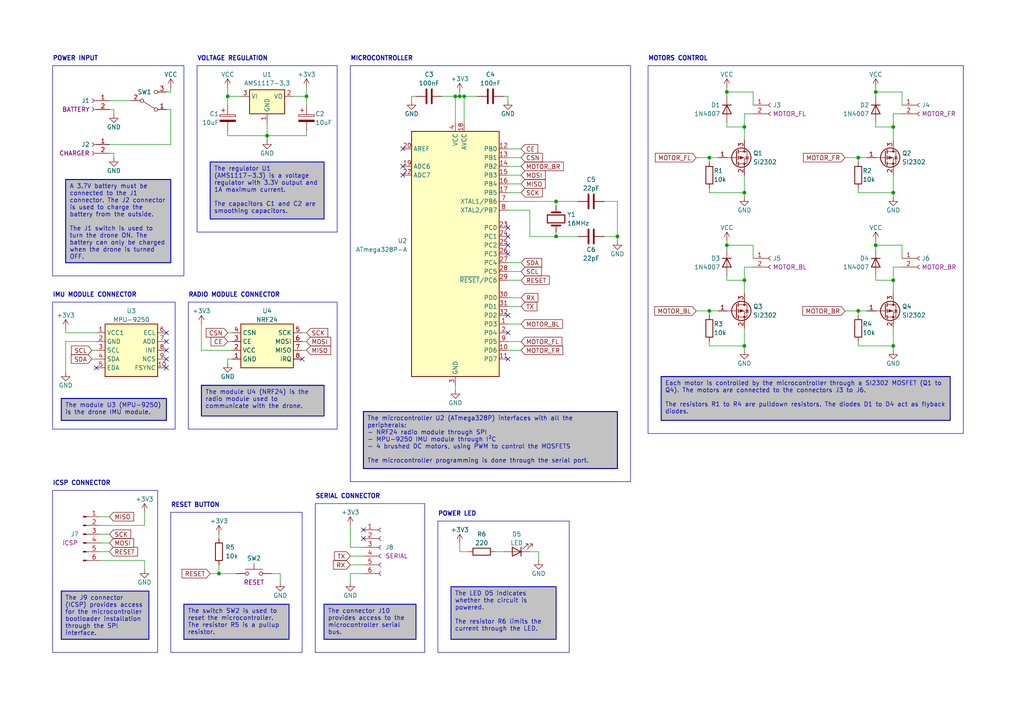
<source format=kicad_sch>
(kicad_sch (version 20230121) (generator eeschema)
  (paper "A4")
  (title_block (title "NanoDrone") (date "2024-02-12") (rev "1.0") (company "Alan Carvalho"))
  (lib_symbols
    (symbol "Connector:Conn_01x02_Socket" (pin_names (offset 1.016) hide)
      (property "Reference" "J" (at 0 2.54 0))
      (property "Value" "Conn_01x02_Socket" (at 0 -5.08 0))
      (symbol "Conn_01x02_Socket_1_1"
        (arc (start 0 -2.032) (mid -0.5058 -2.54) (end 0 -3.048) (stroke (width 0.1524)))
        (polyline (pts (xy -1.27 -2.54) (xy -0.508 -2.54)) (stroke (width 0.1524)))
        (polyline (pts (xy -1.27 0) (xy -0.508 0)) (stroke (width 0.1524)))
        (arc (start 0 0.508) (mid -0.5058 0) (end 0 -0.508) (stroke (width 0.1524)))
        (pin passive line (at -5.08 0 0) (length 3.81) (name "Pin_1") (number "1"))
        (pin passive line (at -5.08 -2.54 0) (length 3.81) (name "Pin_2") (number "2"))
      )
    )
    (symbol "Connector:Conn_01x06_Pin" (pin_names (offset 1.016) hide)
      (property "Reference" "J" (at 0 7.62 0))
      (property "Value" "Conn_01x06_Pin" (at 0 -10.16 0))
      (symbol "Conn_01x06_Pin_1_1"
        (polyline (pts (xy 1.27 -7.62) (xy 0.8636 -7.62)) (stroke (width 0.1524)))
        (polyline (pts (xy 1.27 -5.08) (xy 0.8636 -5.08)) (stroke (width 0.1524)))
        (polyline (pts (xy 1.27 -2.54) (xy 0.8636 -2.54)) (stroke (width 0.1524)))
        (polyline (pts (xy 1.27 0) (xy 0.8636 0)) (stroke (width 0.1524)))
        (polyline (pts (xy 1.27 2.54) (xy 0.8636 2.54)) (stroke (width 0.1524)))
        (polyline (pts (xy 1.27 5.08) (xy 0.8636 5.08)) (stroke (width 0.1524)))
        (rectangle (start 0.8636 -7.493) (end 0 -7.747) (stroke (width 0.1524)) (fill (type outline)))
        (rectangle (start 0.8636 -4.953) (end 0 -5.207) (stroke (width 0.1524)) (fill (type outline)))
        (rectangle (start 0.8636 -2.413) (end 0 -2.667) (stroke (width 0.1524)) (fill (type outline)))
        (rectangle (start 0.8636 0.127) (end 0 -0.127) (stroke (width 0.1524)) (fill (type outline)))
        (rectangle (start 0.8636 2.667) (end 0 2.413) (stroke (width 0.1524)) (fill (type outline)))
        (rectangle (start 0.8636 5.207) (end 0 4.953) (stroke (width 0.1524)) (fill (type outline)))
        (pin passive line (at 5.08 5.08 180) (length 3.81) (name "Pin_1") (number "1"))
        (pin passive line (at 5.08 2.54 180) (length 3.81) (name "Pin_2") (number "2"))
        (pin passive line (at 5.08 0 180) (length 3.81) (name "Pin_3") (number "3"))
        (pin passive line (at 5.08 -2.54 180) (length 3.81) (name "Pin_4") (number "4"))
        (pin passive line (at 5.08 -5.08 180) (length 3.81) (name "Pin_5") (number "5"))
        (pin passive line (at 5.08 -7.62 180) (length 3.81) (name "Pin_6") (number "6"))
      )
    )
    (symbol "Connector:Conn_01x06_Socket" (pin_names (offset 1.016) hide)
      (property "Reference" "J" (at 0 7.62 0))
      (property "Value" "Conn_01x06_Socket" (at 0 -10.16 0))
      (symbol "Conn_01x06_Socket_1_1"
        (arc (start 0 -7.112) (mid -0.5058 -7.62) (end 0 -8.128) (stroke (width 0.1524)))
        (arc (start 0 -4.572) (mid -0.5058 -5.08) (end 0 -5.588) (stroke (width 0.1524)))
        (arc (start 0 -2.032) (mid -0.5058 -2.54) (end 0 -3.048) (stroke (width 0.1524)))
        (polyline (pts (xy -1.27 -7.62) (xy -0.508 -7.62)) (stroke (width 0.1524)))
        (polyline (pts (xy -1.27 -5.08) (xy -0.508 -5.08)) (stroke (width 0.1524)))
        (polyline (pts (xy -1.27 -2.54) (xy -0.508 -2.54)) (stroke (width 0.1524)))
        (polyline (pts (xy -1.27 0) (xy -0.508 0)) (stroke (width 0.1524)))
        (polyline (pts (xy -1.27 2.54) (xy -0.508 2.54)) (stroke (width 0.1524)))
        (polyline (pts (xy -1.27 5.08) (xy -0.508 5.08)) (stroke (width 0.1524)))
        (arc (start 0 0.508) (mid -0.5058 0) (end 0 -0.508) (stroke (width 0.1524)))
        (arc (start 0 3.048) (mid -0.5058 2.54) (end 0 2.032) (stroke (width 0.1524)))
        (arc (start 0 5.588) (mid -0.5058 5.08) (end 0 4.572) (stroke (width 0.1524)))
        (pin passive line (at -5.08 5.08 0) (length 3.81) (name "Pin_1") (number "1"))
        (pin passive line (at -5.08 2.54 0) (length 3.81) (name "Pin_2") (number "2"))
        (pin passive line (at -5.08 0 0) (length 3.81) (name "Pin_3") (number "3"))
        (pin passive line (at -5.08 -2.54 0) (length 3.81) (name "Pin_4") (number "4"))
        (pin passive line (at -5.08 -5.08 0) (length 3.81) (name "Pin_5") (number "5"))
        (pin passive line (at -5.08 -7.62 0) (length 3.81) (name "Pin_6") (number "6"))
      )
    )
    (symbol "Device:C" (pin_numbers hide) (pin_names (offset 0.254))
      (property "Reference" "C" (at 0.635 2.54 0))
      (property "Value" "C" (at 0.635 -2.54 0))
      (symbol "C_0_1"
        (polyline (pts (xy -2.032 -0.762) (xy 2.032 -0.762)) (stroke (width 0.508)))
        (polyline (pts (xy -2.032 0.762) (xy 2.032 0.762)) (stroke (width 0.508)))
      )
      (symbol "C_1_1"
        (pin passive line (at 0 3.81 270) (length 2.794) (name "~") (number "1"))
        (pin passive line (at 0 -3.81 90) (length 2.794) (name "~") (number "2"))
      )
    )
    (symbol "Device:C_Polarized" (pin_numbers hide) (pin_names (offset 0.254))
      (property "Reference" "C" (at 0.635 2.54 0))
      (property "Value" "C_Polarized" (at 0.635 -2.54 0))
      (symbol "C_Polarized_0_1"
        (rectangle (start -2.286 0.508) (end 2.286 1.016))
        (polyline (pts (xy -1.778 2.286) (xy -0.762 2.286)))
        (polyline (pts (xy -1.27 2.794) (xy -1.27 1.778)))
        (rectangle (start 2.286 -0.508) (end -2.286 -1.016) (fill (type outline)))
      )
      (symbol "C_Polarized_1_1"
        (pin passive line (at 0 3.81 270) (length 2.794) (name "~") (number "1"))
        (pin passive line (at 0 -3.81 90) (length 2.794) (name "~") (number "2"))
      )
    )
    (symbol "Device:Crystal" (pin_numbers hide) (pin_names (offset 1.016) hide)
      (property "Reference" "Y" (at 0 3.81 0))
      (property "Value" "Crystal" (at 0 -3.81 0))
      (symbol "Crystal_0_1"
        (rectangle (start -1.143 2.54) (end 1.143 -2.54) (stroke (width 0.3048)))
        (polyline (pts (xy -2.54 0) (xy -1.905 0)))
        (polyline (pts (xy -1.905 -1.27) (xy -1.905 1.27)) (stroke (width 0.508)))
        (polyline (pts (xy 1.905 -1.27) (xy 1.905 1.27)) (stroke (width 0.508)))
        (polyline (pts (xy 2.54 0) (xy 1.905 0)))
      )
      (symbol "Crystal_1_1"
        (pin passive line (at -3.81 0 0) (length 1.27) (name "1") (number "1"))
        (pin passive line (at 3.81 0 180) (length 1.27) (name "2") (number "2"))
      )
    )
    (symbol "Device:LED" (pin_numbers hide) (pin_names (offset 1.016) hide)
      (property "Reference" "D" (at 0 2.54 0))
      (property "Value" "LED" (at 0 -2.54 0))
      (symbol "LED_0_1"
        (polyline (pts (xy -1.27 -1.27) (xy -1.27 1.27)) (stroke (width 0.254)))
        (polyline (pts (xy -1.27 0) (xy 1.27 0)))
        (polyline (pts (xy 1.27 -1.27) (xy 1.27 1.27) (xy -1.27 0) (xy 1.27 -1.27)) (stroke (width 0.254)))
        (polyline (pts (xy -3.048 -0.762) (xy -4.572 -2.286) (xy -3.81 -2.286) (xy -4.572 -2.286) (xy -4.572 -1.524)))
        (polyline (pts (xy -1.778 -0.762) (xy -3.302 -2.286) (xy -2.54 -2.286) (xy -3.302 -2.286) (xy -3.302 -1.524)))
      )
      (symbol "LED_1_1"
        (pin passive line (at -3.81 0 0) (length 2.54) (name "K") (number "1"))
        (pin passive line (at 3.81 0 180) (length 2.54) (name "A") (number "2"))
      )
    )
    (symbol "Device:R" (pin_numbers hide) (pin_names (offset 0))
      (property "Reference" "R" (at 2.032 0 90))
      (property "Value" "R" (at 0 0 90))
      (symbol "R_0_1"
        (rectangle (start -1.016 -2.54) (end 1.016 2.54) (stroke (width 0.254)))
      )
      (symbol "R_1_1"
        (pin passive line (at 0 3.81 270) (length 1.27) (name "~") (number "1"))
        (pin passive line (at 0 -3.81 90) (length 1.27) (name "~") (number "2"))
      )
    )
    (symbol "Diode:1N4007" (pin_numbers hide) (pin_names hide)
      (property "Reference" "D" (at 0 2.54 0))
      (property "Value" "1N4007" (at 0 -2.54 0))
      (symbol "1N4007_0_1"
        (polyline (pts (xy -1.27 1.27) (xy -1.27 -1.27)) (stroke (width 0.254)))
        (polyline (pts (xy 1.27 0) (xy -1.27 0)))
        (polyline (pts (xy 1.27 1.27) (xy 1.27 -1.27) (xy -1.27 0) (xy 1.27 1.27)) (stroke (width 0.254)))
      )
      (symbol "1N4007_1_1"
        (pin passive line (at -3.81 0 0) (length 2.54) (name "K") (number "1"))
        (pin passive line (at 3.81 0 180) (length 2.54) (name "A") (number "2"))
      )
    )
    (symbol "MCU_Microchip_ATmega:ATmega328P-A"
      (property "Reference" "U" (at -12.7 36.83 0))
      (property "Value" "ATmega328P-A" (at 2.54 -36.83 0))
      (symbol "ATmega328P-A_0_1"
        (rectangle (start -12.7 -35.56) (end 12.7 35.56) (stroke (width 0.254)) (fill (type background)))
      )
      (symbol "ATmega328P-A_1_1"
        (pin bidirectional line (at 15.24 -20.32 180) (length 2.54) (name "PD3") (number "1"))
        (pin bidirectional line (at 15.24 -27.94 180) (length 2.54) (name "PD6") (number "10"))
        (pin bidirectional line (at 15.24 -30.48 180) (length 2.54) (name "PD7") (number "11"))
        (pin bidirectional line (at 15.24 30.48 180) (length 2.54) (name "PB0") (number "12"))
        (pin bidirectional line (at 15.24 27.94 180) (length 2.54) (name "PB1") (number "13"))
        (pin bidirectional line (at 15.24 25.4 180) (length 2.54) (name "PB2") (number "14"))
        (pin bidirectional line (at 15.24 22.86 180) (length 2.54) (name "PB3") (number "15"))
        (pin bidirectional line (at 15.24 20.32 180) (length 2.54) (name "PB4") (number "16"))
        (pin bidirectional line (at 15.24 17.78 180) (length 2.54) (name "PB5") (number "17"))
        (pin power_in line (at 2.54 38.1 270) (length 2.54) (name "AVCC") (number "18"))
        (pin input line (at -15.24 25.4 0) (length 2.54) (name "ADC6") (number "19"))
        (pin bidirectional line (at 15.24 -22.86 180) (length 2.54) (name "PD4") (number "2"))
        (pin passive line (at -15.24 30.48 0) (length 2.54) (name "AREF") (number "20"))
        (pin passive line (at 0 -38.1 90) (length 2.54) hide (name "GND") (number "21"))
        (pin input line (at -15.24 22.86 0) (length 2.54) (name "ADC7") (number "22"))
        (pin bidirectional line (at 15.24 7.62 180) (length 2.54) (name "PC0") (number "23"))
        (pin bidirectional line (at 15.24 5.08 180) (length 2.54) (name "PC1") (number "24"))
        (pin bidirectional line (at 15.24 2.54 180) (length 2.54) (name "PC2") (number "25"))
        (pin bidirectional line (at 15.24 0 180) (length 2.54) (name "PC3") (number "26"))
        (pin bidirectional line (at 15.24 -2.54 180) (length 2.54) (name "PC4") (number "27"))
        (pin bidirectional line (at 15.24 -5.08 180) (length 2.54) (name "PC5") (number "28"))
        (pin bidirectional line (at 15.24 -7.62 180) (length 2.54) (name "~{RESET}/PC6") (number "29"))
        (pin power_in line (at 0 -38.1 90) (length 2.54) (name "GND") (number "3"))
        (pin bidirectional line (at 15.24 -12.7 180) (length 2.54) (name "PD0") (number "30"))
        (pin bidirectional line (at 15.24 -15.24 180) (length 2.54) (name "PD1") (number "31"))
        (pin bidirectional line (at 15.24 -17.78 180) (length 2.54) (name "PD2") (number "32"))
        (pin power_in line (at 0 38.1 270) (length 2.54) (name "VCC") (number "4"))
        (pin passive line (at 0 -38.1 90) (length 2.54) hide (name "GND") (number "5"))
        (pin passive line (at 0 38.1 270) (length 2.54) hide (name "VCC") (number "6"))
        (pin bidirectional line (at 15.24 15.24 180) (length 2.54) (name "XTAL1/PB6") (number "7"))
        (pin bidirectional line (at 15.24 12.7 180) (length 2.54) (name "XTAL2/PB7") (number "8"))
        (pin bidirectional line (at 15.24 -25.4 180) (length 2.54) (name "PD5") (number "9"))
      )
    )
    (symbol "My_Library:MPU-9250_Module"
      (property "Reference" "U" (at 0 7.62 0))
      (symbol "MPU-9250_Module_0_1"
        (rectangle (start -7.62 6.35) (end 7.62 -8.89) (stroke (width 0.254)) (fill (type background)))
      )
      (symbol "MPU-9250_Module_1_1"
        (pin power_in line (at -10.16 3.81 0) (length 2.54) (name "VCC1") (number "1"))
        (pin input line (at 10.16 -6.35 180) (length 2.54) (name "FSYNC") (number "10"))
        (pin power_in line (at -10.16 1.27 0) (length 2.54) (name "GND") (number "2"))
        (pin input line (at -10.16 -1.27 0) (length 2.54) (name "SCL") (number "3"))
        (pin input line (at -10.16 -3.81 0) (length 2.54) (name "SDA") (number "4"))
        (pin input line (at -10.16 -6.35 0) (length 2.54) (name "EDA") (number "5"))
        (pin input line (at 10.16 3.81 180) (length 2.54) (name "ECL") (number "6"))
        (pin input line (at 10.16 1.27 180) (length 2.54) (name "ADD") (number "7"))
        (pin input line (at 10.16 -1.27 180) (length 2.54) (name "INT") (number "8"))
        (pin input line (at 10.16 -3.81 180) (length 2.54) (name "NCS") (number "9"))
      )
    )
    (symbol "My_Library:NRF24_Module"
      (property "Reference" "U" (at 0 11.43 0))
      (symbol "NRF24_Module_0_1"
        (rectangle (start -7.62 7.62) (end 7.62 -5.08) (stroke (width 0.254)) (fill (type background)))
      )
      (symbol "NRF24_Module_1_1"
        (pin power_in line (at -10.16 -2.54 0) (length 2.54) (name "GND") (number "1"))
        (pin power_in line (at -10.16 0 0) (length 2.54) (name "VCC") (number "2"))
        (pin input line (at -10.16 2.54 0) (length 2.54) (name "CE") (number "3"))
        (pin input line (at -10.16 5.08 0) (length 2.54) (name "CSN") (number "4"))
        (pin input line (at 10.16 5.08 180) (length 2.54) (name "SCK") (number "5"))
        (pin input line (at 10.16 2.54 180) (length 2.54) (name "MOSI") (number "6"))
        (pin input line (at 10.16 0 180) (length 2.54) (name "MISO") (number "7"))
        (pin input line (at 10.16 -2.54 180) (length 2.54) (name "IRQ") (number "8"))
      )
    )
    (symbol "Regulator_Linear:AMS1117-5.0"
      (property "Reference" "U" (at -3.81 3.175 0))
      (property "Value" "AMS1117-5.0" (at 0 3.175 0))
      (symbol "AMS1117-5.0_0_1"
        (rectangle (start -5.08 -5.08) (end 5.08 1.905) (stroke (width 0.254)) (fill (type background)))
      )
      (symbol "AMS1117-5.0_1_1"
        (pin power_in line (at 0 -7.62 90) (length 2.54) (name "GND") (number "1"))
        (pin power_out line (at 7.62 0 180) (length 2.54) (name "VO") (number "2"))
        (pin power_in line (at -7.62 0 0) (length 2.54) (name "VI") (number "3"))
      )
    )
    (symbol "Switch:SW_Push" (pin_numbers hide) (pin_names (offset 1.016) hide)
      (property "Reference" "SW" (at 1.27 2.54 0))
      (property "Value" "SW_Push" (at 0 -1.524 0))
      (symbol "SW_Push_0_1"
        (circle (center -2.032 0) (radius 0.508))
        (polyline (pts (xy 0 1.27) (xy 0 3.048)))
        (polyline (pts (xy 2.54 1.27) (xy -2.54 1.27)))
        (circle (center 2.032 0) (radius 0.508))
        (pin passive line (at -5.08 0 0) (length 2.54) (name "1") (number "1"))
        (pin passive line (at 5.08 0 180) (length 2.54) (name "2") (number "2"))
      )
    )
    (symbol "Switch:SW_SPDT" (pin_names (offset 0) hide)
      (property "Reference" "SW" (at 0 4.318 0))
      (property "Value" "SW_SPDT" (at 0 -5.08 0))
      (symbol "SW_SPDT_0_0"
        (circle (center -2.032 0) (radius 0.508))
        (circle (center 2.032 -2.54) (radius 0.508))
      )
      (symbol "SW_SPDT_0_1"
        (polyline (pts (xy -1.524 0.254) (xy 1.651 2.286)))
        (circle (center 2.032 2.54) (radius 0.508))
      )
      (symbol "SW_SPDT_1_1"
        (pin passive line (at 5.08 2.54 180) (length 2.54) (name "A") (number "1"))
        (pin passive line (at -5.08 0 0) (length 2.54) (name "B") (number "2"))
        (pin passive line (at 5.08 -2.54 180) (length 2.54) (name "C") (number "3"))
      )
    )
    (symbol "Transistor_FET:Si2319CDS" (pin_names hide)
      (property "Reference" "Q" (at 5.08 1.905 0))
      (property "Value" "Si2319CDS" (at 5.08 0 0))
      (symbol "Si2319CDS_0_1"
        (polyline (pts (xy 0.254 0) (xy -2.54 0)))
        (polyline (pts (xy 0.254 1.905) (xy 0.254 -1.905)) (stroke (width 0.254)))
        (polyline (pts (xy 0.762 -1.27) (xy 0.762 -2.286)) (stroke (width 0.254)))
        (polyline (pts (xy 0.762 0.508) (xy 0.762 -0.508)) (stroke (width 0.254)))
        (polyline (pts (xy 0.762 2.286) (xy 0.762 1.27)) (stroke (width 0.254)))
        (polyline (pts (xy 2.54 2.54) (xy 2.54 1.778)))
        (polyline (pts (xy 2.54 -2.54) (xy 2.54 0) (xy 0.762 0)))
        (polyline (pts (xy 0.762 1.778) (xy 3.302 1.778) (xy 3.302 -1.778) (xy 0.762 -1.778)))
        (polyline (pts (xy 2.286 0) (xy 1.27 0.381) (xy 1.27 -0.381) (xy 2.286 0)) (fill (type outline)))
        (polyline (pts (xy 2.794 -0.508) (xy 2.921 -0.381) (xy 3.683 -0.381) (xy 3.81 -0.254)))
        (polyline (pts (xy 3.302 -0.381) (xy 2.921 0.254) (xy 3.683 0.254) (xy 3.302 -0.381)))
        (circle (center 1.651 0) (radius 2.794) (stroke (width 0.254)))
        (circle (center 2.54 -1.778) (radius 0.254) (fill (type outline)))
        (circle (center 2.54 1.778) (radius 0.254) (fill (type outline)))
      )
      (symbol "Si2319CDS_1_1"
        (pin input line (at -5.08 0 0) (length 2.54) (name "G") (number "1"))
        (pin passive line (at 2.54 -5.08 90) (length 2.54) (name "S") (number "2"))
        (pin passive line (at 2.54 5.08 270) (length 2.54) (name "D") (number "3"))
      )
    )
    (symbol "power:+3V3" (power) (pin_names (offset 0))
      (property "Value" "+3V3" (at 0 3.556 0))
      (symbol "+3V3_0_1"
        (polyline (pts (xy -0.762 1.27) (xy 0 2.54)))
        (polyline (pts (xy 0 0) (xy 0 2.54)))
        (polyline (pts (xy 0 2.54) (xy 0.762 1.27)))
      )
      (symbol "+3V3_1_1"
        (pin power_in line (at 0 0 90) (length 0) hide (name "+3V3") (number "1"))
      )
    )
    (symbol "power:GND" (power) (pin_names (offset 0))
      (property "Value" "GND" (at 0 -3.81 0))
      (symbol "GND_0_1"
        (polyline (pts (xy 0 0) (xy 0 -1.27) (xy 1.27 -1.27) (xy 0 -2.54) (xy -1.27 -1.27) (xy 0 -1.27)))
      )
      (symbol "GND_1_1"
        (pin power_in line (at 0 0 270) (length 0) hide (name "GND") (number "1"))
      )
    )
    (symbol "power:VCC" (power) (pin_names (offset 0))
      (property "Value" "VCC" (at 0 3.81 0))
      (symbol "VCC_0_1"
        (polyline (pts (xy -0.762 1.27) (xy 0 2.54)))
        (polyline (pts (xy 0 0) (xy 0 2.54)))
        (polyline (pts (xy 0 2.54) (xy 0.762 1.27)))
      )
      (symbol "VCC_1_1"
        (pin power_in line (at 0 0 90) (length 0) hide (name "VCC") (number "1"))
      )
    )
  )
  (junction (at 215.9 81.28))
  (junction (at 134.62 27.94))
  (junction (at 205.74 90.17))
  (junction (at 259.08 100.33))
  (junction (at 254 26.67))
  (junction (at 248.92 90.17))
  (junction (at 259.08 81.28))
  (junction (at 254 71.12))
  (junction (at 179.07 68.58))
  (junction (at 210.82 71.12))
  (junction (at 161.29 58.42))
  (junction (at 88.9 27.94))
  (junction (at 205.74 45.72))
  (junction (at 259.08 55.88))
  (junction (at 161.29 68.58))
  (junction (at 66.04 27.94))
  (junction (at 248.92 45.72))
  (junction (at 63.5 166.37))
  (junction (at 215.9 55.88))
  (junction (at 133.35 27.94))
  (junction (at 132.08 27.94))
  (junction (at 259.08 36.83))
  (junction (at 215.9 36.83))
  (junction (at 210.82 26.67))
  (junction (at 215.9 100.33))
  (junction (at 77.47 39.37))
  (no_connect (at 147.32 104.14))
  (no_connect (at 116.84 48.26))
  (no_connect (at 116.84 43.18))
  (no_connect (at 147.32 71.12))
  (no_connect (at 27.94 106.68))
  (no_connect (at 116.84 50.8))
  (no_connect (at 147.32 73.66))
  (no_connect (at 147.32 91.44))
  (no_connect (at 48.26 99.06))
  (no_connect (at 105.41 153.67))
  (no_connect (at 48.26 104.14))
  (no_connect (at 105.41 156.21))
  (no_connect (at 48.26 101.6))
  (no_connect (at 147.32 66.04))
  (no_connect (at 87.63 104.14))
  (no_connect (at 48.26 106.68))
  (no_connect (at 48.26 96.52))
  (no_connect (at 147.32 68.58))
  (no_connect (at 147.32 96.52))
  (wire (pts (xy 132.08 27.94) (xy 133.35 27.94)))
  (wire (pts (xy 78.74 166.37) (xy 81.28 166.37)))
  (wire (pts (xy 33.02 31.75) (xy 31.75 31.75)))
  (wire (pts (xy 101.6 152.4) (xy 101.6 158.75)))
  (wire (pts (xy 147.32 93.98) (xy 151.13 93.98)))
  (wire (pts (xy 215.9 33.02) (xy 218.44 33.02)))
  (wire (pts (xy 254 81.28) (xy 259.08 81.28)))
  (wire (pts (xy 26.67 101.6) (xy 27.94 101.6)))
  (wire (pts (xy 210.82 69.85) (xy 210.82 71.12)))
  (wire (pts (xy 49.53 31.75) (xy 48.26 31.75)))
  (wire (pts (xy 248.92 46.99) (xy 248.92 45.72)))
  (wire (pts (xy 147.32 29.21) (xy 147.32 27.94)))
  (wire (pts (xy 215.9 77.47) (xy 218.44 77.47)))
  (wire (pts (xy 147.32 86.36) (xy 151.13 86.36)))
  (wire (pts (xy 66.04 38.1) (xy 66.04 39.37)))
  (wire (pts (xy 31.75 154.94) (xy 29.21 154.94)))
  (wire (pts (xy 63.5 166.37) (xy 68.58 166.37)))
  (wire (pts (xy 66.04 25.4) (xy 66.04 27.94)))
  (wire (pts (xy 254 26.67) (xy 261.62 26.67)))
  (wire (pts (xy 205.74 46.99) (xy 205.74 45.72)))
  (wire (pts (xy 66.04 39.37) (xy 77.47 39.37)))
  (wire (pts (xy 147.32 43.18) (xy 151.13 43.18)))
  (wire (pts (xy 248.92 45.72) (xy 245.11 45.72)))
  (wire (pts (xy 147.32 53.34) (xy 151.13 53.34)))
  (wire (pts (xy 179.07 68.58) (xy 179.07 69.85)))
  (wire (pts (xy 143.51 160.02) (xy 146.05 160.02)))
  (wire (pts (xy 26.67 104.14) (xy 27.94 104.14)))
  (wire (pts (xy 66.04 99.06) (xy 67.31 99.06)))
  (wire (pts (xy 88.9 101.6) (xy 87.63 101.6)))
  (wire (pts (xy 147.32 60.96) (xy 153.67 60.96)))
  (wire (pts (xy 254 35.56) (xy 254 36.83)))
  (wire (pts (xy 215.9 50.8) (xy 215.9 55.88)))
  (wire (pts (xy 133.35 160.02) (xy 135.89 160.02)))
  (wire (pts (xy 63.5 154.94) (xy 63.5 156.21)))
  (wire (pts (xy 88.9 99.06) (xy 87.63 99.06)))
  (wire (pts (xy 259.08 55.88) (xy 259.08 57.15)))
  (wire (pts (xy 210.82 72.39) (xy 210.82 71.12)))
  (wire (pts (xy 259.08 50.8) (xy 259.08 55.88)))
  (wire (pts (xy 254 69.85) (xy 254 71.12)))
  (wire (pts (xy 41.91 165.1) (xy 41.91 162.56)))
  (wire (pts (xy 66.04 27.94) (xy 69.85 27.94)))
  (wire (pts (xy 205.74 91.44) (xy 205.74 90.17)))
  (wire (pts (xy 218.44 26.67) (xy 218.44 30.48)))
  (wire (pts (xy 248.92 90.17) (xy 251.46 90.17)))
  (wire (pts (xy 119.38 27.94) (xy 120.65 27.94)))
  (wire (pts (xy 205.74 90.17) (xy 208.28 90.17)))
  (wire (pts (xy 205.74 55.88) (xy 215.9 55.88)))
  (wire (pts (xy 147.32 58.42) (xy 161.29 58.42)))
  (wire (pts (xy 31.75 157.48) (xy 29.21 157.48)))
  (wire (pts (xy 205.74 90.17) (xy 201.93 90.17)))
  (wire (pts (xy 210.82 36.83) (xy 215.9 36.83)))
  (wire (pts (xy 205.74 45.72) (xy 201.93 45.72)))
  (wire (pts (xy 254 80.01) (xy 254 81.28)))
  (wire (pts (xy 49.53 41.91) (xy 31.75 41.91)))
  (wire (pts (xy 210.82 80.01) (xy 210.82 81.28)))
  (wire (pts (xy 66.04 104.14) (xy 67.31 104.14)))
  (wire (pts (xy 41.91 152.4) (xy 29.21 152.4)))
  (wire (pts (xy 259.08 85.09) (xy 259.08 81.28)))
  (wire (pts (xy 205.74 45.72) (xy 208.28 45.72)))
  (wire (pts (xy 19.05 95.25) (xy 19.05 96.52)))
  (wire (pts (xy 161.29 68.58) (xy 161.29 67.31)))
  (wire (pts (xy 58.42 101.6) (xy 67.31 101.6)))
  (wire (pts (xy 153.67 160.02) (xy 156.21 160.02)))
  (wire (pts (xy 133.35 157.48) (xy 133.35 160.02)))
  (wire (pts (xy 248.92 99.06) (xy 248.92 100.33)))
  (wire (pts (xy 31.75 29.21) (xy 38.1 29.21)))
  (wire (pts (xy 179.07 68.58) (xy 175.26 68.58)))
  (wire (pts (xy 58.42 93.98) (xy 58.42 101.6)))
  (wire (pts (xy 205.74 99.06) (xy 205.74 100.33)))
  (wire (pts (xy 81.28 166.37) (xy 81.28 168.91)))
  (wire (pts (xy 210.82 26.67) (xy 218.44 26.67)))
  (wire (pts (xy 254 36.83) (xy 259.08 36.83)))
  (wire (pts (xy 33.02 44.45) (xy 31.75 44.45)))
  (wire (pts (xy 33.02 45.72) (xy 33.02 44.45)))
  (wire (pts (xy 161.29 68.58) (xy 153.67 68.58)))
  (wire (pts (xy 175.26 58.42) (xy 179.07 58.42)))
  (wire (pts (xy 132.08 111.76) (xy 132.08 113.03)))
  (wire (pts (xy 259.08 100.33) (xy 259.08 101.6)))
  (wire (pts (xy 179.07 58.42) (xy 179.07 68.58)))
  (wire (pts (xy 138.43 27.94) (xy 134.62 27.94)))
  (wire (pts (xy 19.05 96.52) (xy 27.94 96.52)))
  (wire (pts (xy 215.9 81.28) (xy 215.9 77.47)))
  (wire (pts (xy 215.9 40.64) (xy 215.9 36.83)))
  (wire (pts (xy 259.08 33.02) (xy 261.62 33.02)))
  (wire (pts (xy 261.62 26.67) (xy 261.62 30.48)))
  (wire (pts (xy 254 27.94) (xy 254 26.67)))
  (wire (pts (xy 215.9 36.83) (xy 215.9 33.02)))
  (wire (pts (xy 88.9 39.37) (xy 77.47 39.37)))
  (wire (pts (xy 261.62 71.12) (xy 261.62 74.93)))
  (wire (pts (xy 77.47 35.56) (xy 77.47 39.37)))
  (wire (pts (xy 147.32 27.94) (xy 146.05 27.94)))
  (wire (pts (xy 153.67 68.58) (xy 153.67 60.96)))
  (wire (pts (xy 210.82 25.4) (xy 210.82 26.67)))
  (wire (pts (xy 210.82 81.28) (xy 215.9 81.28)))
  (wire (pts (xy 147.32 101.6) (xy 151.13 101.6)))
  (wire (pts (xy 248.92 55.88) (xy 259.08 55.88)))
  (wire (pts (xy 31.75 149.86) (xy 29.21 149.86)))
  (wire (pts (xy 49.53 26.67) (xy 49.53 25.4)))
  (wire (pts (xy 147.32 88.9) (xy 151.13 88.9)))
  (wire (pts (xy 66.04 96.52) (xy 67.31 96.52)))
  (wire (pts (xy 147.32 78.74) (xy 151.13 78.74)))
  (wire (pts (xy 133.35 27.94) (xy 134.62 27.94)))
  (wire (pts (xy 66.04 105.41) (xy 66.04 104.14)))
  (wire (pts (xy 215.9 85.09) (xy 215.9 81.28)))
  (wire (pts (xy 66.04 30.48) (xy 66.04 27.94)))
  (wire (pts (xy 132.08 27.94) (xy 132.08 35.56)))
  (wire (pts (xy 254 71.12) (xy 261.62 71.12)))
  (wire (pts (xy 210.82 35.56) (xy 210.82 36.83)))
  (wire (pts (xy 134.62 27.94) (xy 134.62 35.56)))
  (wire (pts (xy 147.32 45.72) (xy 151.13 45.72)))
  (wire (pts (xy 41.91 148.59) (xy 41.91 152.4)))
  (wire (pts (xy 48.26 26.67) (xy 49.53 26.67)))
  (wire (pts (xy 88.9 27.94) (xy 85.09 27.94)))
  (wire (pts (xy 147.32 99.06) (xy 151.13 99.06)))
  (wire (pts (xy 248.92 100.33) (xy 259.08 100.33)))
  (wire (pts (xy 31.75 160.02) (xy 29.21 160.02)))
  (wire (pts (xy 77.47 39.37) (xy 77.47 40.64)))
  (wire (pts (xy 205.74 54.61) (xy 205.74 55.88)))
  (wire (pts (xy 88.9 96.52) (xy 87.63 96.52)))
  (wire (pts (xy 49.53 41.91) (xy 49.53 31.75)))
  (wire (pts (xy 19.05 107.95) (xy 19.05 99.06)))
  (wire (pts (xy 88.9 30.48) (xy 88.9 27.94)))
  (wire (pts (xy 147.32 81.28) (xy 151.13 81.28)))
  (wire (pts (xy 259.08 77.47) (xy 261.62 77.47)))
  (wire (pts (xy 60.96 166.37) (xy 63.5 166.37)))
  (wire (pts (xy 19.05 99.06) (xy 27.94 99.06)))
  (wire (pts (xy 248.92 91.44) (xy 248.92 90.17)))
  (wire (pts (xy 259.08 81.28) (xy 259.08 77.47)))
  (wire (pts (xy 248.92 54.61) (xy 248.92 55.88)))
  (wire (pts (xy 210.82 71.12) (xy 218.44 71.12)))
  (wire (pts (xy 161.29 58.42) (xy 167.64 58.42)))
  (wire (pts (xy 101.6 163.83) (xy 105.41 163.83)))
  (wire (pts (xy 161.29 68.58) (xy 167.64 68.58)))
  (wire (pts (xy 215.9 95.25) (xy 215.9 100.33)))
  (wire (pts (xy 88.9 25.4) (xy 88.9 27.94)))
  (wire (pts (xy 119.38 29.21) (xy 119.38 27.94)))
  (wire (pts (xy 248.92 90.17) (xy 245.11 90.17)))
  (wire (pts (xy 147.32 55.88) (xy 151.13 55.88)))
  (wire (pts (xy 101.6 161.29) (xy 105.41 161.29)))
  (wire (pts (xy 215.9 100.33) (xy 215.9 101.6)))
  (wire (pts (xy 41.91 162.56) (xy 29.21 162.56)))
  (wire (pts (xy 254 72.39) (xy 254 71.12)))
  (wire (pts (xy 218.44 71.12) (xy 218.44 74.93)))
  (wire (pts (xy 254 25.4) (xy 254 26.67)))
  (wire (pts (xy 147.32 50.8) (xy 151.13 50.8)))
  (wire (pts (xy 63.5 163.83) (xy 63.5 166.37)))
  (wire (pts (xy 128.27 27.94) (xy 132.08 27.94)))
  (wire (pts (xy 33.02 33.02) (xy 33.02 31.75)))
  (wire (pts (xy 101.6 158.75) (xy 105.41 158.75)))
  (wire (pts (xy 147.32 48.26) (xy 151.13 48.26)))
  (wire (pts (xy 259.08 95.25) (xy 259.08 100.33)))
  (wire (pts (xy 259.08 36.83) (xy 259.08 33.02)))
  (wire (pts (xy 133.35 26.67) (xy 133.35 27.94)))
  (wire (pts (xy 205.74 100.33) (xy 215.9 100.33)))
  (wire (pts (xy 248.92 45.72) (xy 251.46 45.72)))
  (wire (pts (xy 88.9 38.1) (xy 88.9 39.37)))
  (wire (pts (xy 161.29 58.42) (xy 161.29 59.69)))
  (wire (pts (xy 210.82 27.94) (xy 210.82 26.67)))
  (wire (pts (xy 259.08 40.64) (xy 259.08 36.83)))
  (wire (pts (xy 215.9 55.88) (xy 215.9 57.15)))
  (wire (pts (xy 147.32 76.2) (xy 151.13 76.2)))
  (wire (pts (xy 156.21 160.02) (xy 156.21 162.56)))
  (wire (pts (xy 101.6 166.37) (xy 105.41 166.37)))
  (wire (pts (xy 101.6 168.91) (xy 101.6 166.37)))
  (rectangle (start 91.44 146.05) (end 123.19 189.23))
  (rectangle (start 15.24 19.05) (end 53.34 80.01))
  (rectangle (start 49.53 148.59) (end 87.63 189.23))
  (rectangle (start 15.24 142.24) (end 45.72 189.23))
  (rectangle (start 54.61 87.63) (end 97.79 124.46))
  (rectangle (start 101.6 19.05) (end 182.88 139.7))
  (rectangle (start 57.15 19.05) (end 97.79 67.31))
  (rectangle (start 15.24 87.63) (end 50.8 124.46))
  (rectangle (start 187.96 19.05) (end 279.4 125.73))
  (rectangle (start 127 151.13) (end 165.1 189.23))
  (text_box "The switch SW2 is used to reset the microcontroller. The resistor R5 is a pullup resistor." (at 53.34 175.26 0) (size 30.48 10.16) (stroke (width 0.3)) (fill (type color) (color 194 194 194 1)) (effects (font (size 1.27 1.27)) (justify left top)))
  (text_box "The module U4 (NRF24) is the radio module used to communicate with the drone." (at 58.42 111.76 0) (size 35.56 8.89) (stroke (width 0.3)) (fill (type color) (color 194 194 194 1)) (effects (font (size 1.27 1.27)) (justify left top)))
  (text_box "The regulator U1 (AMS1117-3.3) is a voltage regulator with 3.3V output and 1A maximum current.\n\nThe capacitors C1 and C2 are smoothing capacitors." (at 60.96 46.99 0) (size 33.02 16.51) (stroke (width 0.3)) (fill (type color) (color 194 194 194 1)) (effects (font (size 1.27 1.27)) (justify left top)))
  (text_box "The microcontroller U2 (ATmega328P) interfaces with all the peripherals:\n- NRF24 radio module through SPI\n- MPU-9250 IMU module through I²C\n- 4 brushed DC motors, using PWM to control the MOSFETS\n\nThe microcontroller programming is done through the serial port." (at 105.41 119.38 0) (size 73.66 16.51) (stroke (width 0.3)) (fill (type color) (color 194 194 194 1)) (effects (font (size 1.27 1.27)) (justify left top)))
  (text_box "A 3.7V battery must be connected to the J1 connector. The J2 connector is used to charge the battery from the outside.\n\nThe J1 switch is used to turn the drone ON. The battery can only be charged when the drone is turned OFF." (at 19.05 52.07 0) (size 30.48 24.13) (stroke (width 0.3)) (fill (type color) (color 194 194 194 1)) (effects (font (size 1.27 1.27)) (justify left top)))
  (text_box "The J9 connector (ICSP) provides access for the microcontroller bootloader installation through the SPI interface." (at 17.78 171.45 0) (size 25.4 13.97) (stroke (width 0.3)) (fill (type color) (color 194 194 194 1)) (effects (font (size 1.27 1.27)) (justify left top)))
  (text_box "The module U3 (MPU-9250) is the drone IMU module." (at 17.78 115.57 0) (size 30.48 6.35) (stroke (width 0.3)) (fill (type color) (color 194 194 194 1)) (effects (font (size 1.27 1.27)) (justify left top)))
  (text_box "The connector J10 provides access to the microcontroller serial bus." (at 93.98 175.26 0) (size 26.67 10.16) (stroke (width 0.3)) (fill (type color) (color 194 194 194 1)) (effects (font (size 1.27 1.27)) (justify left top)))
  (text_box "Each motor is controlled by the microcontroller through a SI2302 MOSFET (Q1 to Q4). The motors are connected to the connectors J3 to J6.\n\nThe resistors R1 to R4 are pulldown resistors. The diodes D1 to D4 act as flyback diodes." (at 191.77 109.22 0) (size 83.82 12.7) (stroke (width 0.3)) (fill (type color) (color 194 194 194 1)) (effects (font (size 1.27 1.27)) (justify left top)))
  (text_box "The LED D5 indicates whether the circuit is powered.\n\nThe resistor R6 limits the current through the LED." (at 130.81 170.18 0) (size 30.48 15.24) (stroke (width 0.3)) (fill (type color) (color 194 194 194 1)) (effects (font (size 1.27 1.27)) (justify left top)))
  (text "VOLTAGE REGULATION" (at 57.15 17.78 0) (effects (font (size 1.27 1.27) (thickness 0.254) bold) (justify left bottom)))
  (text "POWER INPUT" (at 15.24 17.78 0) (effects (font (size 1.27 1.27) (thickness 0.254) bold) (justify left bottom)))
  (text "RADIO MODULE CONNECTOR" (at 54.61 86.36 0) (effects (font (size 1.27 1.27) (thickness 0.254) bold) (justify left bottom)))
  (text "RESET BUTTON" (at 49.53 147.32 0) (effects (font (size 1.27 1.27) (thickness 0.254) bold) (justify left bottom)))
  (text "MICROCONTROLLER" (at 101.6 17.78 0) (effects (font (size 1.27 1.27) (thickness 0.254) bold) (justify left bottom)))
  (text "ICSP CONNECTOR" (at 15.24 140.97 0) (effects (font (size 1.27 1.27) (thickness 0.254) bold) (justify left bottom)))
  (text "MOTORS CONTROL" (at 187.96 17.78 0) (effects (font (size 1.27 1.27) (thickness 0.254) bold) (justify left bottom)))
  (text "SERIAL CONNECTOR" (at 91.44 144.78 0) (effects (font (size 1.27 1.27) (thickness 0.254) bold) (justify left bottom)))
  (text "POWER LED" (at 127 149.86 0) (effects (font (size 1.27 1.27) (thickness 0.254) bold) (justify left bottom)))
  (text "IMU MODULE CONNECTOR" (at 15.24 86.36 0) (effects (font (size 1.27 1.27) (thickness 0.254) bold) (justify left bottom)))
  (global_label "MOTOR_BL" (shape input) (at 201.93 90.17 180) (property "Intersheetrefs" "${INTERSHEET_REFS}" (effects hide)))
  (global_label "SCL" (shape input) (at 151.13 78.74 0) (property "Intersheetrefs" "${INTERSHEET_REFS}" (effects hide)))
  (global_label "SDA" (shape input) (at 26.67 104.14 180) (property "Intersheetrefs" "${INTERSHEET_REFS}" (effects hide)))
  (global_label "MOTOR_BR" (shape input) (at 245.11 90.17 180) (property "Intersheetrefs" "${INTERSHEET_REFS}" (effects hide)))
  (global_label "RESET" (shape input) (at 151.13 81.28 0) (property "Intersheetrefs" "${INTERSHEET_REFS}" (effects hide)))
  (global_label "CE" (shape input) (at 66.04 99.06 180) (property "Intersheetrefs" "${INTERSHEET_REFS}" (effects hide)))
  (global_label "TX" (shape input) (at 101.6 161.29 180) (property "Intersheetrefs" "${INTERSHEET_REFS}" (effects hide)))
  (global_label "CSN" (shape input) (at 151.13 45.72 0) (property "Intersheetrefs" "${INTERSHEET_REFS}" (effects hide)))
  (global_label "MISO" (shape input) (at 88.9 101.6 0) (property "Intersheetrefs" "${INTERSHEET_REFS}" (effects hide)))
  (global_label "MOTOR_BR" (shape input) (at 151.13 48.26 0) (property "Intersheetrefs" "${INTERSHEET_REFS}" (effects hide)))
  (global_label "RX" (shape input) (at 101.6 163.83 180) (property "Intersheetrefs" "${INTERSHEET_REFS}" (effects hide)))
  (global_label "MISO" (shape input) (at 151.13 53.34 0) (property "Intersheetrefs" "${INTERSHEET_REFS}" (effects hide)))
  (global_label "RESET" (shape input) (at 31.75 160.02 0) (property "Intersheetrefs" "${INTERSHEET_REFS}" (effects hide)))
  (global_label "TX" (shape input) (at 151.13 88.9 0) (property "Intersheetrefs" "${INTERSHEET_REFS}" (effects hide)))
  (global_label "SCK" (shape input) (at 151.13 55.88 0) (property "Intersheetrefs" "${INTERSHEET_REFS}" (effects hide)))
  (global_label "MOTOR_BL" (shape input) (at 151.13 93.98 0) (property "Intersheetrefs" "${INTERSHEET_REFS}" (effects hide)))
  (global_label "RESET" (shape input) (at 60.96 166.37 180) (property "Intersheetrefs" "${INTERSHEET_REFS}" (effects hide)))
  (global_label "SDA" (shape input) (at 151.13 76.2 0) (property "Intersheetrefs" "${INTERSHEET_REFS}" (effects hide)))
  (global_label "MOTOR_FL" (shape input) (at 151.13 99.06 0) (property "Intersheetrefs" "${INTERSHEET_REFS}" (effects hide)))
  (global_label "MISO" (shape input) (at 31.75 149.86 0) (property "Intersheetrefs" "${INTERSHEET_REFS}" (effects hide)))
  (global_label "MOTOR_FR" (shape input) (at 245.11 45.72 180) (property "Intersheetrefs" "${INTERSHEET_REFS}" (effects hide)))
  (global_label "SCK" (shape input) (at 31.75 154.94 0) (property "Intersheetrefs" "${INTERSHEET_REFS}" (effects hide)))
  (global_label "MOTOR_FL" (shape input) (at 201.93 45.72 180) (property "Intersheetrefs" "${INTERSHEET_REFS}" (effects hide)))
  (global_label "MOTOR_FR" (shape input) (at 151.13 101.6 0) (property "Intersheetrefs" "${INTERSHEET_REFS}" (effects hide)))
  (global_label "CSN" (shape input) (at 66.04 96.52 180) (property "Intersheetrefs" "${INTERSHEET_REFS}" (effects hide)))
  (global_label "SCK" (shape input) (at 88.9 96.52 0) (property "Intersheetrefs" "${INTERSHEET_REFS}" (effects hide)))
  (global_label "MOSI" (shape input) (at 151.13 50.8 0) (property "Intersheetrefs" "${INTERSHEET_REFS}" (effects hide)))
  (global_label "RX" (shape input) (at 151.13 86.36 0) (property "Intersheetrefs" "${INTERSHEET_REFS}" (effects hide)))
  (global_label "MOSI" (shape input) (at 88.9 99.06 0) (property "Intersheetrefs" "${INTERSHEET_REFS}" (effects hide)))
  (global_label "CE" (shape input) (at 151.13 43.18 0) (property "Intersheetrefs" "${INTERSHEET_REFS}" (effects hide)))
  (global_label "MOSI" (shape input) (at 31.75 157.48 0) (property "Intersheetrefs" "${INTERSHEET_REFS}" (effects hide)))
  (global_label "SCL" (shape input) (at 26.67 101.6 180) (property "Intersheetrefs" "${INTERSHEET_REFS}" (effects hide)))
  (symbol (lib_id "power:+3V3") (at 101.6 152.4 0) (unit 1)
    (property "Reference" "#PWR030" (effects hide))
    (property "Value" "+3V3" (at 101.6 148.59 0))
  )
  (symbol (lib_id "Device:C") (at 171.45 68.58 90) (unit 1)
    (property "Reference" "C6" (at 171.45 72.39 90))
    (property "Value" "22pF" (at 171.45 74.93 90))
    (property "Footprint" "Capacitor_SMD:C_0603_1608Metric" (effects hide))
    (property "Voltage" "16V" (effects hide))
  )
  (symbol (lib_id "Device:R") (at 248.92 50.8 0) (unit 1)
    (property "Reference" "R2" (at 250.19 49.53 0) (effects (justify left)))
    (property "Value" "10k" (at 250.19 52.07 0) (effects (justify left)))
    (property "Footprint" "Resistor_SMD:R_0603_1608Metric" (effects hide))
    (property "Tolerance" "5%" (effects hide))
    (property "Power" "1/10W" (effects hide))
  )
  (symbol (lib_id "Diode:1N4007") (at 210.82 76.2 270) (unit 1)
    (property "Reference" "D3" (at 208.915 74.93 90) (effects (justify right)))
    (property "Value" "1N4007" (at 208.915 77.47 90) (effects (justify right)))
    (property "Footprint" "Diode_SMD:D_SMA" (effects hide))
    (property "Datasheet" "http://www.vishay.com/docs/88503/1n4001.pdf" (effects hide))
  )
  (symbol (lib_id "Diode:1N4007") (at 254 31.75 270) (unit 1)
    (property "Reference" "D2" (at 252.095 30.48 90) (effects (justify right)))
    (property "Value" "1N4007" (at 252.095 33.02 90) (effects (justify right)))
    (property "Footprint" "Diode_SMD:D_SMA" (effects hide))
    (property "Datasheet" "http://www.vishay.com/docs/88503/1n4001.pdf" (effects hide))
  )
  (symbol (lib_id "Device:LED") (at 149.86 160.02 180) (unit 1)
    (property "Reference" "D5" (at 149.86 154.94 0))
    (property "Value" "LED" (at 149.86 157.48 0))
    (property "Footprint" "LED_THT:LED_D3.0mm_Clear" (effects hide))
    (property "Color" "Green" (effects hide))
  )
  (symbol (lib_id "power:+3V3") (at 133.35 157.48 0) (unit 1)
    (property "Reference" "#PWR028" (effects hide))
    (property "Value" "+3V3" (at 133.35 153.67 0))
  )
  (symbol (lib_id "power:VCC") (at 254 25.4 0) (unit 1)
    (property "Reference" "#PWR08" (effects hide))
    (property "Value" "VCC" (at 254 21.59 0))
  )
  (symbol (lib_id "Connector:Conn_01x02_Socket") (at 26.67 41.91 0) (mirror y) (unit 1)
    (property "Reference" "J2" (at 26.035 41.91 0) (effects (justify left)))
    (property "Value" "Conn_01x02_Socket" (effects hide))
    (property "Footprint" "Connector_JST:JST_XH_B2B-XH-A_1x02_P2.50mm_Vertical" (effects hide))
    (property "Description" "CHARGER" (at 26.035 44.45 0) (effects (justify left)))
  )
  (symbol (lib_id "power:GND") (at 81.28 168.91 0) (unit 1)
    (property "Reference" "#PWR023" (effects hide))
    (property "Value" "GND" (at 81.28 172.72 0))
  )
  (symbol (lib_id "Switch:SW_SPDT") (at 43.18 29.21 0) (mirror x) (unit 1)
    (property "Reference" "SW1" (at 41.91 26.67 0))
    (property "Value" "SW_SPDT" (effects hide))
    (property "Footprint" "MyLibrary:Toggle_Switch_SelfLocking_7x7" (effects hide))
  )
  (symbol (lib_id "power:GND") (at 19.05 107.95 0) (unit 1)
    (property "Reference" "#PWR021" (effects hide))
    (property "Value" "GND" (at 19.05 111.76 0))
  )
  (symbol (lib_id "Transistor_FET:Si2319CDS") (at 256.54 45.72 0) (unit 1)
    (property "Reference" "Q2" (at 261.62 44.45 0) (effects (justify left)))
    (property "Value" "SI2302" (at 261.62 46.99 0) (effects (justify left)))
    (property "Footprint" "Package_TO_SOT_SMD:SOT-23" (effects hide))
    (property "Datasheet" "https://datasheet.lcsc.com/lcsc/1810202111_Guangdong-Hottech-SI2302_C181087.pdf" (effects hide))
  )
  (symbol (lib_id "power:+3V3") (at 133.35 26.67 0) (unit 1)
    (property "Reference" "#PWR03" (effects hide))
    (property "Value" "+3V3" (at 133.35 22.86 0))
  )
  (symbol (lib_id "power:GND") (at 77.47 40.64 0) (unit 1)
    (property "Reference" "#PWR018" (effects hide))
    (property "Value" "GND" (at 77.47 44.45 0))
  )
  (symbol (lib_id "Connector:Conn_01x02_Socket") (at 223.52 74.93 0) (unit 1)
    (property "Reference" "J5" (at 224.155 74.93 0) (effects (justify left)))
    (property "Value" "Conn_01x02_Socket" (effects hide))
    (property "Footprint" "Connector_JST:JST_XH_B2B-XH-A_1x02_P2.50mm_Vertical" (effects hide))
    (property "Description" "MOTOR_BL" (at 224.155 77.47 0) (effects (justify left)))
  )
  (symbol (lib_id "Device:R") (at 205.74 50.8 0) (unit 1)
    (property "Reference" "R1" (at 207.01 49.53 0) (effects (justify left)))
    (property "Value" "10k" (at 207.01 52.07 0) (effects (justify left)))
    (property "Footprint" "Resistor_SMD:R_0603_1608Metric" (effects hide))
    (property "Tolerance" "5%" (effects hide))
    (property "Power" "1/10W" (effects hide))
  )
  (symbol (lib_id "Transistor_FET:Si2319CDS") (at 256.54 90.17 0) (unit 1)
    (property "Reference" "Q4" (at 261.62 88.9 0) (effects (justify left)))
    (property "Value" "SI2302" (at 261.62 91.44 0) (effects (justify left)))
    (property "Footprint" "Package_TO_SOT_SMD:SOT-23" (effects hide))
    (property "Datasheet" "https://datasheet.lcsc.com/lcsc/1810202111_Guangdong-Hottech-SI2302_C181087.pdf" (effects hide))
  )
  (symbol (lib_id "Device:C") (at 142.24 27.94 270) (mirror x) (unit 1)
    (property "Reference" "C4" (at 142.24 21.59 90))
    (property "Value" "100nF" (at 142.24 24.13 90))
    (property "Footprint" "Capacitor_SMD:C_0603_1608Metric" (effects hide))
    (property "Voltage" "10V" (effects hide))
  )
  (symbol (lib_id "Transistor_FET:Si2319CDS") (at 213.36 90.17 0) (unit 1)
    (property "Reference" "Q3" (at 218.44 88.9 0) (effects (justify left)))
    (property "Value" "SI2302" (at 218.44 91.44 0) (effects (justify left)))
    (property "Footprint" "Package_TO_SOT_SMD:SOT-23" (effects hide))
    (property "Datasheet" "https://datasheet.lcsc.com/lcsc/1810202111_Guangdong-Hottech-SI2302_C181087.pdf" (effects hide))
  )
  (symbol (lib_id "My_Library:NRF24_Module") (at 77.47 101.6 0) (unit 1)
    (property "Reference" "U4" (at 77.47 90.17 0))
    (property "Value" "NRF24" (at 77.47 92.71 0))
    (property "Footprint" "MyLibrary:NRF24_Module" (effects hide))
  )
  (symbol (lib_id "power:GND") (at 101.6 168.91 0) (unit 1)
    (property "Reference" "#PWR031" (effects hide))
    (property "Value" "GND" (at 101.6 172.72 0))
  )
  (symbol (lib_id "power:VCC") (at 210.82 25.4 0) (unit 1)
    (property "Reference" "#PWR07" (effects hide))
    (property "Value" "VCC" (at 210.82 21.59 0))
  )
  (symbol (lib_id "power:GND") (at 33.02 45.72 0) (unit 1)
    (property "Reference" "#PWR015" (effects hide))
    (property "Value" "GND" (at 33.02 49.53 0))
  )
  (symbol (lib_id "power:+3V3") (at 63.5 154.94 0) (unit 1)
    (property "Reference" "#PWR022" (effects hide))
    (property "Value" "+3V3" (at 63.5 151.13 0))
  )
  (symbol (lib_id "power:GND") (at 33.02 33.02 0) (unit 1)
    (property "Reference" "#PWR014" (effects hide))
    (property "Value" "GND" (at 33.02 36.83 0))
  )
  (symbol (lib_id "Connector:Conn_01x02_Socket") (at 26.67 29.21 0) (mirror y) (unit 1)
    (property "Reference" "J1" (at 26.035 29.21 0) (effects (justify left)))
    (property "Value" "Conn_01x02_Socket" (effects hide))
    (property "Footprint" "Connector_JST:JST_XH_B2B-XH-A_1x02_P2.50mm_Vertical" (effects hide))
    (property "Description" "BATTERY" (at 26.035 31.75 0) (effects (justify left)))
  )
  (symbol (lib_id "power:GND") (at 147.32 29.21 0) (mirror y) (unit 1)
    (property "Reference" "#PWR04" (effects hide))
    (property "Value" "GND" (at 147.32 33.02 0))
  )
  (symbol (lib_id "power:+3V3") (at 19.05 95.25 0) (unit 1)
    (property "Reference" "#PWR020" (effects hide))
    (property "Value" "+3V3" (at 19.05 91.44 0))
  )
  (symbol (lib_id "power:+3V3") (at 88.9 25.4 0) (unit 1)
    (property "Reference" "#PWR019" (effects hide))
    (property "Value" "+3V3" (at 88.9 21.59 0))
  )
  (symbol (lib_id "Device:C_Polarized") (at 66.04 34.29 0) (unit 1)
    (property "Reference" "C1" (at 63.5 33.02 0) (effects (justify right)))
    (property "Value" "10uF" (at 63.5 35.56 0) (effects (justify right)))
    (property "Footprint" "Capacitor_SMD:C_0805_2012Metric" (effects hide))
    (property "Voltage" "16V" (effects hide))
  )
  (symbol (lib_id "Diode:1N4007") (at 210.82 31.75 270) (unit 1)
    (property "Reference" "D1" (at 208.915 30.48 90) (effects (justify right)))
    (property "Value" "1N4007" (at 208.915 33.02 90) (effects (justify right)))
    (property "Footprint" "Diode_SMD:D_SMA" (effects hide))
    (property "Datasheet" "http://www.vishay.com/docs/88503/1n4001.pdf" (effects hide))
  )
  (symbol (lib_id "Device:R") (at 139.7 160.02 90) (unit 1)
    (property "Reference" "R6" (at 139.7 154.94 90))
    (property "Value" "220" (at 139.7 157.48 90))
    (property "Footprint" "Resistor_SMD:R_0603_1608Metric" (effects hide))
    (property "Tolerance" "5%" (effects hide))
    (property "Power" "1/10W" (effects hide))
  )
  (symbol (lib_id "Connector:Conn_01x06_Pin") (at 24.13 154.94 0) (unit 1)
    (property "Reference" "J7" (at 22.86 154.94 0) (effects (justify right)))
    (property "Value" "Conn_01x06_Pin" (effects hide))
    (property "Footprint" "Connector_PinHeader_2.54mm:PinSocket_2x03_P2.54mm_Vertical" (effects hide))
    (property "Description" "ICSP" (at 20.32 157.48 0))
  )
  (symbol (lib_id "power:VCC") (at 210.82 69.85 0) (unit 1)
    (property "Reference" "#PWR010" (effects hide))
    (property "Value" "VCC" (at 210.82 66.04 0))
  )
  (symbol (lib_id "Device:R") (at 205.74 95.25 0) (unit 1)
    (property "Reference" "R3" (at 207.01 93.98 0) (effects (justify left)))
    (property "Value" "10k" (at 207.01 96.52 0) (effects (justify left)))
    (property "Footprint" "Resistor_SMD:R_0603_1608Metric" (effects hide))
    (property "Tolerance" "5%" (effects hide))
    (property "Power" "1/10W" (effects hide))
  )
  (symbol (lib_id "power:GND") (at 179.07 69.85 0) (unit 1)
    (property "Reference" "#PWR05" (effects hide))
    (property "Value" "GND" (at 179.07 73.66 0))
  )
  (symbol (lib_id "power:+3V3") (at 58.42 93.98 0) (unit 1)
    (property "Reference" "#PWR025" (effects hide))
    (property "Value" "+3V3" (at 58.42 90.17 0))
  )
  (symbol (lib_id "Diode:1N4007") (at 254 76.2 270) (unit 1)
    (property "Reference" "D4" (at 252.095 74.93 90) (effects (justify right)))
    (property "Value" "1N4007" (at 252.095 77.47 90) (effects (justify right)))
    (property "Footprint" "Diode_SMD:D_SMA" (effects hide))
    (property "Datasheet" "http://www.vishay.com/docs/88503/1n4001.pdf" (effects hide))
  )
  (symbol (lib_id "Connector:Conn_01x02_Socket") (at 266.7 30.48 0) (unit 1)
    (property "Reference" "J4" (at 267.335 30.48 0) (effects (justify left)))
    (property "Value" "Conn_01x02_Socket" (effects hide))
    (property "Footprint" "Connector_JST:JST_XH_B2B-XH-A_1x02_P2.50mm_Vertical" (effects hide))
    (property "Description" "MOTOR_FR" (at 267.335 33.02 0) (effects (justify left)))
  )
  (symbol (lib_id "power:GND") (at 215.9 57.15 0) (unit 1)
    (property "Reference" "#PWR06" (effects hide))
    (property "Value" "GND" (at 215.9 60.96 0))
  )
  (symbol (lib_id "Switch:SW_Push") (at 73.66 166.37 0) (unit 1)
    (property "Reference" "SW2" (at 73.66 161.925 0))
    (property "Value" "SW_Push" (effects hide))
    (property "Footprint" "Button_Switch_SMD:SW_SPST_Omron_B3FS-100xP" (effects hide))
    (property "Description" "RESET" (at 73.66 168.91 0))
  )
  (symbol (lib_id "power:GND") (at 156.21 162.56 0) (unit 1)
    (property "Reference" "#PWR029" (effects hide))
    (property "Value" "GND" (at 156.21 166.37 0))
  )
  (symbol (lib_id "My_Library:MPU-9250_Module") (at 38.1 100.33 0) (unit 1)
    (property "Reference" "U3" (at 38.1 90.17 0))
    (property "Value" "MPU-9250" (at 38.1 92.71 0))
    (property "Footprint" "MyLibrary:MPU-9250_Module" (effects hide))
  )
  (symbol (lib_id "Device:C") (at 171.45 58.42 90) (unit 1)
    (property "Reference" "C5" (at 171.45 52.07 90))
    (property "Value" "22pF" (at 171.45 54.61 90))
    (property "Footprint" "Capacitor_SMD:C_0603_1608Metric" (effects hide))
    (property "Voltage" "16V" (effects hide))
  )
  (symbol (lib_id "Device:C") (at 124.46 27.94 90) (unit 1)
    (property "Reference" "C3" (at 124.46 21.59 90))
    (property "Value" "100nF" (at 124.46 24.13 90))
    (property "Footprint" "Capacitor_SMD:C_0603_1608Metric" (effects hide))
    (property "Voltage" "10V" (effects hide))
  )
  (symbol (lib_id "power:+3V3") (at 41.91 148.59 0) (unit 1)
    (property "Reference" "#PWR026" (effects hide))
    (property "Value" "+3V3" (at 41.91 144.78 0))
  )
  (symbol (lib_id "power:GND") (at 215.9 101.6 0) (unit 1)
    (property "Reference" "#PWR011" (effects hide))
    (property "Value" "GND" (at 215.9 105.41 0))
  )
  (symbol (lib_id "power:GND") (at 66.04 105.41 0) (unit 1)
    (property "Reference" "#PWR024" (effects hide))
    (property "Value" "GND" (at 66.04 109.22 0))
  )
  (symbol (lib_id "power:GND") (at 259.08 57.15 0) (unit 1)
    (property "Reference" "#PWR09" (effects hide))
    (property "Value" "GND" (at 259.08 60.96 0))
  )
  (symbol (lib_id "power:GND") (at 41.91 165.1 0) (mirror y) (unit 1)
    (property "Reference" "#PWR027" (effects hide))
    (property "Value" "GND" (at 41.91 168.91 0))
  )
  (symbol (lib_id "Transistor_FET:Si2319CDS") (at 213.36 45.72 0) (unit 1)
    (property "Reference" "Q1" (at 218.44 44.45 0) (effects (justify left)))
    (property "Value" "SI2302" (at 218.44 46.99 0) (effects (justify left)))
    (property "Footprint" "Package_TO_SOT_SMD:SOT-23" (effects hide))
    (property "Datasheet" "https://datasheet.lcsc.com/lcsc/1810202111_Guangdong-Hottech-SI2302_C181087.pdf" (effects hide))
  )
  (symbol (lib_id "Regulator_Linear:AMS1117-5.0") (at 77.47 27.94 0) (unit 1)
    (property "Reference" "U1" (at 77.47 21.59 0))
    (property "Value" "AMS1117-3.3" (at 77.47 24.13 0))
    (property "Footprint" "Package_TO_SOT_SMD:SOT-223-3_TabPin2" (effects hide))
    (property "Datasheet" "http://www.advanced-monolithic.com/pdf/ds1117.pdf" (effects hide))
  )
  (symbol (lib_id "power:GND") (at 119.38 29.21 0) (unit 1)
    (property "Reference" "#PWR01" (effects hide))
    (property "Value" "GND" (at 119.38 33.02 0))
  )
  (symbol (lib_id "Connector:Conn_01x02_Socket") (at 266.7 74.93 0) (unit 1)
    (property "Reference" "J6" (at 267.335 74.93 0) (effects (justify left)))
    (property "Value" "Conn_01x02_Socket" (effects hide))
    (property "Footprint" "Connector_JST:JST_XH_B2B-XH-A_1x02_P2.50mm_Vertical" (effects hide))
    (property "Description" "MOTOR_BR" (at 267.335 77.47 0) (effects (justify left)))
  )
  (symbol (lib_id "power:VCC") (at 66.04 25.4 0) (unit 1)
    (property "Reference" "#PWR017" (effects hide))
    (property "Value" "VCC" (at 66.04 21.59 0))
  )
  (symbol (lib_id "power:VCC") (at 254 69.85 0) (unit 1)
    (property "Reference" "#PWR012" (effects hide))
    (property "Value" "VCC" (at 254 66.04 0))
  )
  (symbol (lib_id "MCU_Microchip_ATmega:ATmega328P-A") (at 132.08 73.66 0) (unit 1)
    (property "Reference" "U2" (at 118.11 69.85 0) (effects (justify right)))
    (property "Value" "ATmega328P-A" (at 118.11 72.39 0) (effects (justify right)))
    (property "Footprint" "Package_QFP:TQFP-32_7x7mm_P0.8mm" (effects hide))
    (property "Datasheet" "http://ww1.microchip.com/downloads/en/DeviceDoc/ATmega328_P%20AVR%20MCU%20with%20picoPower%20Technology%20Data%20Sheet%2040001984A.pdf" (effects hide))
  )
  (symbol (lib_id "Device:R") (at 63.5 160.02 0) (unit 1)
    (property "Reference" "R5" (at 65.405 158.75 0) (effects (justify left)))
    (property "Value" "10k" (at 65.405 161.29 0) (effects (justify left)))
    (property "Footprint" "Resistor_SMD:R_0603_1608Metric" (effects hide))
    (property "Tolerance" "5%" (effects hide))
    (property "Power" "1/10W" (effects hide))
  )
  (symbol (lib_id "power:GND") (at 132.08 113.03 0) (unit 1)
    (property "Reference" "#PWR02" (effects hide))
    (property "Value" "GND" (at 132.08 116.84 0))
  )
  (symbol (lib_id "Connector:Conn_01x06_Socket") (at 110.49 158.75 0) (unit 1)
    (property "Reference" "J8" (at 111.76 158.75 0) (effects (justify left)))
    (property "Value" "Conn_01x06_Socket" (effects hide))
    (property "Footprint" "Connector_PinSocket_2.54mm:PinSocket_1x06_P2.54mm_Vertical" (effects hide))
    (property "Description" "SERIAL" (at 111.76 161.29 0) (effects (justify left)))
  )
  (symbol (lib_id "Device:R") (at 248.92 95.25 0) (unit 1)
    (property "Reference" "R4" (at 250.19 93.98 0) (effects (justify left)))
    (property "Value" "10k" (at 250.19 96.52 0) (effects (justify left)))
    (property "Footprint" "Resistor_SMD:R_0603_1608Metric" (effects hide))
    (property "Tolerance" "5%" (effects hide))
    (property "Power" "1/10W" (effects hide))
  )
  (symbol (lib_id "Device:C_Polarized") (at 88.9 34.29 0) (unit 1)
    (property "Reference" "C2" (at 91.44 33.02 0) (effects (justify left)))
    (property "Value" "10uF" (at 91.44 35.56 0) (effects (justify left)))
    (property "Footprint" "Capacitor_SMD:C_0805_2012Metric" (effects hide))
    (property "Voltage" "16V" (effects hide))
  )
  (symbol (lib_id "power:GND") (at 259.08 101.6 0) (unit 1)
    (property "Reference" "#PWR013" (effects hide))
    (property "Value" "GND" (at 259.08 105.41 0))
  )
  (symbol (lib_id "Connector:Conn_01x02_Socket") (at 223.52 30.48 0) (unit 1)
    (property "Reference" "J3" (at 224.155 30.48 0) (effects (justify left)))
    (property "Value" "Conn_01x02_Socket" (effects hide))
    (property "Footprint" "Connector_JST:JST_XH_B2B-XH-A_1x02_P2.50mm_Vertical" (effects hide))
    (property "Description" "MOTOR_FL" (at 224.155 33.02 0) (effects (justify left)))
  )
  (symbol (lib_id "power:VCC") (at 49.53 25.4 0) (unit 1)
    (property "Reference" "#PWR016" (effects hide))
    (property "Value" "VCC" (at 49.53 21.59 0))
  )
  (symbol (lib_id "Device:Crystal") (at 161.29 63.5 90) (unit 1)
    (property "Reference" "Y1" (at 164.465 62.23 90) (effects (justify right)))
    (property "Value" "16MHz" (at 164.465 64.77 90) (effects (justify right)))
    (property "Footprint" "Crystal:Crystal_SMD_HC49-SD" (effects hide))
    (property "Datasheet" "https://br.mouser.com/datasheet/2/122/ecx_1637-3327232.pdf" (effects hide))
  )
)
</source>
